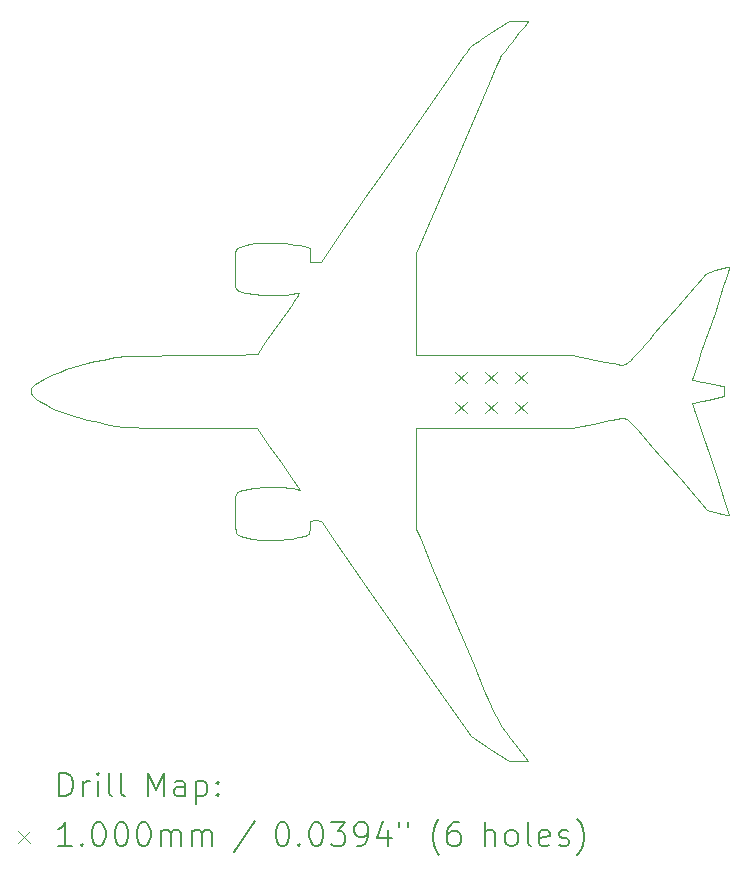
<source format=gbr>
%TF.GenerationSoftware,KiCad,Pcbnew,(6.99.0-2452-gdb4f2d9dd8)*%
%TF.CreationDate,2022-07-19T11:44:18+04:00*%
%TF.ProjectId,787,3738372e-6b69-4636-9164-5f7063625858,rev?*%
%TF.SameCoordinates,Original*%
%TF.FileFunction,Drillmap*%
%TF.FilePolarity,Positive*%
%FSLAX45Y45*%
G04 Gerber Fmt 4.5, Leading zero omitted, Abs format (unit mm)*
G04 Created by KiCad (PCBNEW (6.99.0-2452-gdb4f2d9dd8)) date 2022-07-19 11:44:18*
%MOMM*%
%LPD*%
G01*
G04 APERTURE LIST*
%ADD10C,0.050000*%
%ADD11C,0.200000*%
%ADD12C,0.100000*%
G04 APERTURE END LIST*
D10*
X14550646Y-6469163D02*
X14567075Y-6469576D01*
X14580745Y-6470279D01*
X14591659Y-6471272D01*
X14596084Y-6471878D01*
X14599823Y-6472557D01*
X14602874Y-6473308D01*
X14605240Y-6474133D01*
X14606920Y-6475031D01*
X14607915Y-6476002D01*
X14608157Y-6476516D01*
X14608227Y-6477047D01*
X14607854Y-6478166D01*
X14604456Y-6482743D01*
X14596930Y-6492283D01*
X14571398Y-6523907D01*
X14535067Y-6568352D01*
X14491748Y-6620935D01*
X14469321Y-6648313D01*
X14447920Y-6674921D01*
X14428046Y-6700098D01*
X14410204Y-6723188D01*
X14394895Y-6743530D01*
X14382622Y-6760467D01*
X14373888Y-6773340D01*
X14371005Y-6778047D01*
X14369196Y-6781491D01*
X14337522Y-6854968D01*
X14278423Y-6993705D01*
X13929902Y-7808211D01*
X13660000Y-8437521D01*
X13660000Y-9300000D01*
X14983086Y-9300000D01*
X15179234Y-9340152D01*
X15257316Y-9355812D01*
X15324915Y-9368769D01*
X15374796Y-9377675D01*
X15390832Y-9380188D01*
X15399725Y-9381184D01*
X15404104Y-9381296D01*
X15408344Y-9381252D01*
X15412525Y-9380968D01*
X15416731Y-9380360D01*
X15421041Y-9379343D01*
X15425537Y-9377834D01*
X15430301Y-9375748D01*
X15435413Y-9373000D01*
X15440956Y-9369507D01*
X15447009Y-9365184D01*
X15453656Y-9359948D01*
X15460976Y-9353713D01*
X15469052Y-9346397D01*
X15477964Y-9337913D01*
X15487793Y-9328179D01*
X15498622Y-9317110D01*
X15510532Y-9304622D01*
X15523603Y-9290630D01*
X15537917Y-9275051D01*
X15553555Y-9257800D01*
X15570599Y-9238792D01*
X15589130Y-9217945D01*
X15630977Y-9170391D01*
X15679748Y-9114466D01*
X15736092Y-9049495D01*
X15874102Y-8889720D01*
X16021094Y-8719060D01*
X16096435Y-8630999D01*
X16100288Y-8626530D01*
X16104170Y-8622403D01*
X16106151Y-8620454D01*
X16108174Y-8618573D01*
X16110252Y-8616756D01*
X16112395Y-8614996D01*
X16114617Y-8613289D01*
X16116928Y-8611628D01*
X16119341Y-8610009D01*
X16121867Y-8608425D01*
X16124518Y-8606871D01*
X16127306Y-8605341D01*
X16130243Y-8603831D01*
X16133341Y-8602333D01*
X16140065Y-8599357D01*
X16147574Y-8596368D01*
X16155961Y-8593321D01*
X16165321Y-8590173D01*
X16175750Y-8586879D01*
X16187340Y-8583394D01*
X16200188Y-8579675D01*
X16214386Y-8575677D01*
X16233284Y-8570527D01*
X16251087Y-8565894D01*
X16267391Y-8561867D01*
X16281796Y-8558536D01*
X16293898Y-8555990D01*
X16303298Y-8554318D01*
X16309591Y-8553608D01*
X16311448Y-8553642D01*
X16312377Y-8553951D01*
X16312344Y-8557008D01*
X16310641Y-8564738D01*
X16301976Y-8594966D01*
X16285892Y-8646123D01*
X16261898Y-8719699D01*
X16188216Y-8940066D01*
X16077001Y-9267984D01*
X16045890Y-9360211D01*
X16020817Y-9436141D01*
X16004341Y-9487911D01*
X16000127Y-9502278D01*
X15999021Y-9507656D01*
X16010851Y-9510812D01*
X16040576Y-9517595D01*
X16130270Y-9537048D01*
X16221217Y-9556036D01*
X16252508Y-9562239D01*
X16266530Y-9564583D01*
X16266736Y-9564639D01*
X16266940Y-9564805D01*
X16267141Y-9565078D01*
X16267338Y-9565456D01*
X16267723Y-9566514D01*
X16268092Y-9567957D01*
X16268444Y-9569763D01*
X16268776Y-9571911D01*
X16269086Y-9574378D01*
X16269372Y-9577143D01*
X16269633Y-9580183D01*
X16269865Y-9583476D01*
X16270067Y-9587002D01*
X16270237Y-9590737D01*
X16270373Y-9594661D01*
X16270473Y-9598750D01*
X16270534Y-9602983D01*
X16270555Y-9607338D01*
X16270555Y-9650093D01*
X16136530Y-9678157D01*
X16084267Y-9689278D01*
X16041042Y-9698811D01*
X16011345Y-9705742D01*
X16002974Y-9707915D01*
X15999669Y-9709057D01*
X15999565Y-9709322D01*
X15999546Y-9709821D01*
X15999752Y-9711498D01*
X16000272Y-9714039D01*
X16001092Y-9717394D01*
X16003569Y-9726357D01*
X16007063Y-9737999D01*
X16011455Y-9751932D01*
X16016626Y-9767769D01*
X16022455Y-9785122D01*
X16028823Y-9803602D01*
X16200973Y-10309777D01*
X16280911Y-10549475D01*
X16314604Y-10654706D01*
X16314500Y-10655233D01*
X16314184Y-10655685D01*
X16313658Y-10656064D01*
X16312926Y-10656369D01*
X16311990Y-10656602D01*
X16310853Y-10656762D01*
X16309516Y-10656850D01*
X16307983Y-10656867D01*
X16304339Y-10656688D01*
X16299939Y-10656229D01*
X16294806Y-10655494D01*
X16288959Y-10654486D01*
X16282419Y-10653210D01*
X16275206Y-10651668D01*
X16267342Y-10649865D01*
X16258845Y-10647805D01*
X16249738Y-10645492D01*
X16240041Y-10642928D01*
X16229774Y-10640119D01*
X16218957Y-10637067D01*
X16218957Y-10637068D01*
X16123261Y-10609688D01*
X15895497Y-10345105D01*
X15662427Y-10075103D01*
X15586115Y-9987802D01*
X15530850Y-9925972D01*
X15492305Y-9884865D01*
X15466154Y-9859733D01*
X15448070Y-9845831D01*
X15433727Y-9838409D01*
X15431824Y-9837690D01*
X15429775Y-9837057D01*
X15427559Y-9836512D01*
X15425155Y-9836060D01*
X15422544Y-9835702D01*
X15419703Y-9835442D01*
X15413253Y-9835228D01*
X15405639Y-9835442D01*
X15396695Y-9836108D01*
X15386256Y-9837250D01*
X15374157Y-9838893D01*
X15360231Y-9841061D01*
X15344313Y-9843779D01*
X15326237Y-9847070D01*
X15305839Y-9850958D01*
X15257410Y-9860625D01*
X15197700Y-9872974D01*
X14985387Y-9917362D01*
X13660000Y-9917362D01*
X13660000Y-10769420D01*
X13690344Y-10843894D01*
X13808628Y-11122192D01*
X14050402Y-11686708D01*
X14077876Y-11746299D01*
X14103792Y-11805853D01*
X14152329Y-11924566D01*
X14245848Y-12158360D01*
X14270492Y-12215627D01*
X14296331Y-12272277D01*
X14323707Y-12328235D01*
X14352965Y-12383429D01*
X14384448Y-12437787D01*
X14418501Y-12491235D01*
X14455467Y-12543701D01*
X14495690Y-12595111D01*
X14611263Y-12735174D01*
X14445957Y-12740210D01*
X14284295Y-12634461D01*
X14122633Y-12528711D01*
X13839860Y-12120415D01*
X13215046Y-11218230D01*
X12970083Y-10865535D01*
X12861441Y-10711112D01*
X12860647Y-10710250D01*
X12859805Y-10709426D01*
X12858912Y-10708639D01*
X12857968Y-10707888D01*
X12856970Y-10707175D01*
X12855919Y-10706499D01*
X12854812Y-10705858D01*
X12853648Y-10705254D01*
X12852426Y-10704685D01*
X12851144Y-10704152D01*
X12849801Y-10703655D01*
X12848396Y-10703192D01*
X12846928Y-10702765D01*
X12845394Y-10702372D01*
X12842127Y-10701688D01*
X12838583Y-10701141D01*
X12834753Y-10700727D01*
X12830625Y-10700444D01*
X12826189Y-10700292D01*
X12821434Y-10700267D01*
X12816349Y-10700367D01*
X12810924Y-10700592D01*
X12805147Y-10700939D01*
X12760417Y-10703995D01*
X12760292Y-10753855D01*
X12760132Y-10764072D01*
X12759728Y-10773991D01*
X12759106Y-10783369D01*
X12758293Y-10791959D01*
X12757316Y-10799517D01*
X12756204Y-10805799D01*
X12755605Y-10808384D01*
X12754982Y-10810559D01*
X12754338Y-10812292D01*
X12753677Y-10813553D01*
X12751359Y-10816174D01*
X12747880Y-10818818D01*
X12737667Y-10824139D01*
X12723501Y-10829449D01*
X12705843Y-10834680D01*
X12685157Y-10839765D01*
X12661904Y-10844635D01*
X12636548Y-10849224D01*
X12609549Y-10853463D01*
X12581372Y-10857286D01*
X12552477Y-10860624D01*
X12523328Y-10863411D01*
X12494386Y-10865578D01*
X12466114Y-10867057D01*
X12438975Y-10867783D01*
X12413431Y-10867686D01*
X12389944Y-10866700D01*
X12335086Y-10862418D01*
X12286867Y-10857155D01*
X12265244Y-10854154D01*
X12245276Y-10850908D01*
X12226963Y-10847415D01*
X12210302Y-10843675D01*
X12195293Y-10839687D01*
X12181934Y-10835452D01*
X12170224Y-10830969D01*
X12160161Y-10826238D01*
X12151744Y-10821258D01*
X12144972Y-10816030D01*
X12139843Y-10810551D01*
X12136356Y-10804824D01*
X12135396Y-10801983D01*
X12134453Y-10797756D01*
X12133531Y-10792225D01*
X12132636Y-10785472D01*
X12130947Y-10768633D01*
X12129427Y-10747896D01*
X12128119Y-10723921D01*
X12127063Y-10697366D01*
X12126303Y-10668891D01*
X12125878Y-10639155D01*
X12125627Y-10578432D01*
X12125972Y-10553766D01*
X12126848Y-10532500D01*
X12128417Y-10514340D01*
X12130841Y-10498988D01*
X12132424Y-10492273D01*
X12134281Y-10486149D01*
X12136434Y-10480579D01*
X12138901Y-10475527D01*
X12141704Y-10470954D01*
X12144862Y-10466824D01*
X12148397Y-10463100D01*
X12152328Y-10459745D01*
X12156675Y-10456722D01*
X12161459Y-10453993D01*
X12166699Y-10451523D01*
X12172418Y-10449273D01*
X12185367Y-10445288D01*
X12200469Y-10441741D01*
X12237780Y-10434779D01*
X12292906Y-10426116D01*
X12319759Y-10422709D01*
X12346192Y-10419919D01*
X12372246Y-10417746D01*
X12397960Y-10416189D01*
X12423376Y-10415249D01*
X12448532Y-10414925D01*
X12473470Y-10415217D01*
X12498230Y-10416127D01*
X12522851Y-10417652D01*
X12547374Y-10419794D01*
X12571839Y-10422552D01*
X12596286Y-10425927D01*
X12620756Y-10429918D01*
X12645289Y-10434525D01*
X12674360Y-10440340D01*
X12598585Y-10330986D01*
X12514553Y-10209106D01*
X12418927Y-10069634D01*
X12315045Y-9917636D01*
X11802247Y-9917498D01*
X11472852Y-9916161D01*
X11356397Y-9914082D01*
X11263618Y-9910630D01*
X11188151Y-9905479D01*
X11123634Y-9898303D01*
X11063701Y-9888778D01*
X11001989Y-9876577D01*
X10939512Y-9862685D01*
X10878977Y-9847811D01*
X10820672Y-9832083D01*
X10764887Y-9815628D01*
X10711908Y-9798575D01*
X10662025Y-9781052D01*
X10615525Y-9763185D01*
X10572697Y-9745104D01*
X10533828Y-9726935D01*
X10499206Y-9708808D01*
X10469121Y-9690848D01*
X10443859Y-9673186D01*
X10423710Y-9655947D01*
X10408961Y-9639261D01*
X10399900Y-9623255D01*
X10397593Y-9615547D01*
X10396816Y-9608057D01*
X10397714Y-9599864D01*
X10400381Y-9591443D01*
X10404770Y-9582815D01*
X10410837Y-9573996D01*
X10418538Y-9565006D01*
X10427827Y-9555863D01*
X10438660Y-9546585D01*
X10450993Y-9537191D01*
X10464779Y-9527701D01*
X10479975Y-9518131D01*
X10514417Y-9498829D01*
X10553960Y-9479434D01*
X10598247Y-9460094D01*
X10646918Y-9440957D01*
X10699616Y-9422172D01*
X10755984Y-9403887D01*
X10815662Y-9386249D01*
X10878293Y-9369408D01*
X10943519Y-9353511D01*
X11010981Y-9338707D01*
X11080323Y-9325143D01*
X11116004Y-9318990D01*
X11133590Y-9316451D01*
X11152122Y-9314233D01*
X11172437Y-9312307D01*
X11195371Y-9310645D01*
X11221760Y-9309218D01*
X11252442Y-9307998D01*
X11288253Y-9306957D01*
X11330029Y-9306065D01*
X11434823Y-9304617D01*
X11573518Y-9303426D01*
X11752805Y-9302267D01*
X11973103Y-9300332D01*
X12153248Y-9297598D01*
X12274835Y-9294426D01*
X12307916Y-9292788D01*
X12319454Y-9291176D01*
X12320865Y-9287827D01*
X12325011Y-9280651D01*
X12341006Y-9255562D01*
X12366421Y-9217394D01*
X12400243Y-9167631D01*
X12489042Y-9039255D01*
X12599278Y-8882305D01*
X12627693Y-8841394D01*
X12639905Y-8823284D01*
X12650401Y-8807330D01*
X12658895Y-8793976D01*
X12665098Y-8783667D01*
X12668722Y-8776848D01*
X12669478Y-8774885D01*
X12669480Y-8773961D01*
X12669238Y-8773781D01*
X12668899Y-8773627D01*
X12668465Y-8773498D01*
X12667940Y-8773394D01*
X12666626Y-8773259D01*
X12664978Y-8773221D01*
X12663019Y-8773275D01*
X12660769Y-8773420D01*
X12658251Y-8773652D01*
X12655486Y-8773970D01*
X12652497Y-8774370D01*
X12649304Y-8774849D01*
X12645929Y-8775405D01*
X12642395Y-8776035D01*
X12638722Y-8776737D01*
X12634934Y-8777507D01*
X12631050Y-8778343D01*
X12627094Y-8779243D01*
X12597712Y-8785006D01*
X12565289Y-8789420D01*
X12530443Y-8792536D01*
X12493793Y-8794405D01*
X12455956Y-8795079D01*
X12417551Y-8794609D01*
X12379195Y-8793048D01*
X12341506Y-8790447D01*
X12305102Y-8786858D01*
X12270601Y-8782331D01*
X12238621Y-8776920D01*
X12209781Y-8770675D01*
X12184697Y-8763648D01*
X12163987Y-8755890D01*
X12148271Y-8747454D01*
X12142478Y-8742998D01*
X12138165Y-8738391D01*
X12137318Y-8737165D01*
X12136506Y-8735765D01*
X12135730Y-8734183D01*
X12134988Y-8732409D01*
X12133606Y-8728255D01*
X12132354Y-8723238D01*
X12131228Y-8717288D01*
X12130223Y-8710340D01*
X12129333Y-8702326D01*
X12128554Y-8693179D01*
X12127881Y-8682832D01*
X12127308Y-8671219D01*
X12126831Y-8658270D01*
X12126445Y-8643921D01*
X12125925Y-8610750D01*
X12125707Y-8571168D01*
X12125736Y-8526703D01*
X12126083Y-8491312D01*
X12126860Y-8463767D01*
X12128176Y-8442838D01*
X12129071Y-8434471D01*
X12130143Y-8427298D01*
X12131404Y-8421165D01*
X12132869Y-8415918D01*
X12134552Y-8411403D01*
X12136466Y-8407468D01*
X12138626Y-8403959D01*
X12141045Y-8400722D01*
X12146286Y-8395427D01*
X12153166Y-8390402D01*
X12161600Y-8385649D01*
X12171506Y-8381172D01*
X12195401Y-8373055D01*
X12224186Y-8366075D01*
X12257197Y-8360258D01*
X12293771Y-8355627D01*
X12333243Y-8352207D01*
X12374949Y-8350022D01*
X12418225Y-8349096D01*
X12462407Y-8349453D01*
X12506831Y-8351119D01*
X12550833Y-8354116D01*
X12593749Y-8358471D01*
X12634914Y-8364206D01*
X12673664Y-8371346D01*
X12709336Y-8379916D01*
X12759669Y-8393709D01*
X12762253Y-8452184D01*
X12764836Y-8510659D01*
X12808933Y-8513189D01*
X12853031Y-8515718D01*
X13029419Y-8259114D01*
X13161973Y-8067028D01*
X13232972Y-7965543D01*
X13339826Y-7812490D01*
X13558587Y-7496423D01*
X13937850Y-6949617D01*
X14010253Y-6846289D01*
X14070847Y-6758865D01*
X14088317Y-6733693D01*
X14096068Y-6723049D01*
X14103573Y-6713353D01*
X14111139Y-6704343D01*
X14119073Y-6695758D01*
X14127682Y-6687339D01*
X14137273Y-6678824D01*
X14148153Y-6669951D01*
X14160628Y-6660462D01*
X14175007Y-6650094D01*
X14191595Y-6638587D01*
X14210701Y-6625680D01*
X14232631Y-6611112D01*
X14286191Y-6575951D01*
X14449350Y-6469137D01*
X14531451Y-6469038D01*
X14550646Y-6469163D01*
D11*
D12*
X13992000Y-9440000D02*
X14092000Y-9540000D01*
X14092000Y-9440000D02*
X13992000Y-9540000D01*
X13992000Y-9694000D02*
X14092000Y-9794000D01*
X14092000Y-9694000D02*
X13992000Y-9794000D01*
X14246000Y-9440000D02*
X14346000Y-9540000D01*
X14346000Y-9440000D02*
X14246000Y-9540000D01*
X14246000Y-9694000D02*
X14346000Y-9794000D01*
X14346000Y-9694000D02*
X14246000Y-9794000D01*
X14500000Y-9440000D02*
X14600000Y-9540000D01*
X14600000Y-9440000D02*
X14500000Y-9540000D01*
X14500000Y-9694000D02*
X14600000Y-9794000D01*
X14600000Y-9694000D02*
X14500000Y-9794000D01*
D11*
X10641935Y-13036186D02*
X10641935Y-12836186D01*
X10641935Y-12836186D02*
X10689554Y-12836186D01*
X10689554Y-12836186D02*
X10718125Y-12845710D01*
X10718125Y-12845710D02*
X10737173Y-12864758D01*
X10737173Y-12864758D02*
X10746697Y-12883805D01*
X10746697Y-12883805D02*
X10756220Y-12921901D01*
X10756220Y-12921901D02*
X10756220Y-12950472D01*
X10756220Y-12950472D02*
X10746697Y-12988567D01*
X10746697Y-12988567D02*
X10737173Y-13007615D01*
X10737173Y-13007615D02*
X10718125Y-13026663D01*
X10718125Y-13026663D02*
X10689554Y-13036186D01*
X10689554Y-13036186D02*
X10641935Y-13036186D01*
X10841935Y-13036186D02*
X10841935Y-12902853D01*
X10841935Y-12940948D02*
X10851458Y-12921901D01*
X10851458Y-12921901D02*
X10860982Y-12912377D01*
X10860982Y-12912377D02*
X10880030Y-12902853D01*
X10880030Y-12902853D02*
X10899078Y-12902853D01*
X10965744Y-13036186D02*
X10965744Y-12902853D01*
X10965744Y-12836186D02*
X10956220Y-12845710D01*
X10956220Y-12845710D02*
X10965744Y-12855234D01*
X10965744Y-12855234D02*
X10975268Y-12845710D01*
X10975268Y-12845710D02*
X10965744Y-12836186D01*
X10965744Y-12836186D02*
X10965744Y-12855234D01*
X11089554Y-13036186D02*
X11070506Y-13026663D01*
X11070506Y-13026663D02*
X11060982Y-13007615D01*
X11060982Y-13007615D02*
X11060982Y-12836186D01*
X11194315Y-13036186D02*
X11175268Y-13026663D01*
X11175268Y-13026663D02*
X11165744Y-13007615D01*
X11165744Y-13007615D02*
X11165744Y-12836186D01*
X11390506Y-13036186D02*
X11390506Y-12836186D01*
X11390506Y-12836186D02*
X11457173Y-12979044D01*
X11457173Y-12979044D02*
X11523839Y-12836186D01*
X11523839Y-12836186D02*
X11523839Y-13036186D01*
X11704792Y-13036186D02*
X11704792Y-12931424D01*
X11704792Y-12931424D02*
X11695268Y-12912377D01*
X11695268Y-12912377D02*
X11676220Y-12902853D01*
X11676220Y-12902853D02*
X11638125Y-12902853D01*
X11638125Y-12902853D02*
X11619077Y-12912377D01*
X11704792Y-13026663D02*
X11685744Y-13036186D01*
X11685744Y-13036186D02*
X11638125Y-13036186D01*
X11638125Y-13036186D02*
X11619077Y-13026663D01*
X11619077Y-13026663D02*
X11609554Y-13007615D01*
X11609554Y-13007615D02*
X11609554Y-12988567D01*
X11609554Y-12988567D02*
X11619077Y-12969520D01*
X11619077Y-12969520D02*
X11638125Y-12959996D01*
X11638125Y-12959996D02*
X11685744Y-12959996D01*
X11685744Y-12959996D02*
X11704792Y-12950472D01*
X11800030Y-12902853D02*
X11800030Y-13102853D01*
X11800030Y-12912377D02*
X11819077Y-12902853D01*
X11819077Y-12902853D02*
X11857173Y-12902853D01*
X11857173Y-12902853D02*
X11876220Y-12912377D01*
X11876220Y-12912377D02*
X11885744Y-12921901D01*
X11885744Y-12921901D02*
X11895268Y-12940948D01*
X11895268Y-12940948D02*
X11895268Y-12998091D01*
X11895268Y-12998091D02*
X11885744Y-13017139D01*
X11885744Y-13017139D02*
X11876220Y-13026663D01*
X11876220Y-13026663D02*
X11857173Y-13036186D01*
X11857173Y-13036186D02*
X11819077Y-13036186D01*
X11819077Y-13036186D02*
X11800030Y-13026663D01*
X11980982Y-13017139D02*
X11990506Y-13026663D01*
X11990506Y-13026663D02*
X11980982Y-13036186D01*
X11980982Y-13036186D02*
X11971458Y-13026663D01*
X11971458Y-13026663D02*
X11980982Y-13017139D01*
X11980982Y-13017139D02*
X11980982Y-13036186D01*
X11980982Y-12912377D02*
X11990506Y-12921901D01*
X11990506Y-12921901D02*
X11980982Y-12931424D01*
X11980982Y-12931424D02*
X11971458Y-12921901D01*
X11971458Y-12921901D02*
X11980982Y-12912377D01*
X11980982Y-12912377D02*
X11980982Y-12931424D01*
D12*
X10294316Y-13332710D02*
X10394316Y-13432710D01*
X10394316Y-13332710D02*
X10294316Y-13432710D01*
D11*
X10746697Y-13456186D02*
X10632411Y-13456186D01*
X10689554Y-13456186D02*
X10689554Y-13256186D01*
X10689554Y-13256186D02*
X10670506Y-13284758D01*
X10670506Y-13284758D02*
X10651458Y-13303805D01*
X10651458Y-13303805D02*
X10632411Y-13313329D01*
X10832411Y-13437139D02*
X10841935Y-13446663D01*
X10841935Y-13446663D02*
X10832411Y-13456186D01*
X10832411Y-13456186D02*
X10822887Y-13446663D01*
X10822887Y-13446663D02*
X10832411Y-13437139D01*
X10832411Y-13437139D02*
X10832411Y-13456186D01*
X10965744Y-13256186D02*
X10984792Y-13256186D01*
X10984792Y-13256186D02*
X11003839Y-13265710D01*
X11003839Y-13265710D02*
X11013363Y-13275234D01*
X11013363Y-13275234D02*
X11022887Y-13294282D01*
X11022887Y-13294282D02*
X11032411Y-13332377D01*
X11032411Y-13332377D02*
X11032411Y-13379996D01*
X11032411Y-13379996D02*
X11022887Y-13418091D01*
X11022887Y-13418091D02*
X11013363Y-13437139D01*
X11013363Y-13437139D02*
X11003839Y-13446663D01*
X11003839Y-13446663D02*
X10984792Y-13456186D01*
X10984792Y-13456186D02*
X10965744Y-13456186D01*
X10965744Y-13456186D02*
X10946697Y-13446663D01*
X10946697Y-13446663D02*
X10937173Y-13437139D01*
X10937173Y-13437139D02*
X10927649Y-13418091D01*
X10927649Y-13418091D02*
X10918125Y-13379996D01*
X10918125Y-13379996D02*
X10918125Y-13332377D01*
X10918125Y-13332377D02*
X10927649Y-13294282D01*
X10927649Y-13294282D02*
X10937173Y-13275234D01*
X10937173Y-13275234D02*
X10946697Y-13265710D01*
X10946697Y-13265710D02*
X10965744Y-13256186D01*
X11156220Y-13256186D02*
X11175268Y-13256186D01*
X11175268Y-13256186D02*
X11194316Y-13265710D01*
X11194316Y-13265710D02*
X11203839Y-13275234D01*
X11203839Y-13275234D02*
X11213363Y-13294282D01*
X11213363Y-13294282D02*
X11222887Y-13332377D01*
X11222887Y-13332377D02*
X11222887Y-13379996D01*
X11222887Y-13379996D02*
X11213363Y-13418091D01*
X11213363Y-13418091D02*
X11203839Y-13437139D01*
X11203839Y-13437139D02*
X11194316Y-13446663D01*
X11194316Y-13446663D02*
X11175268Y-13456186D01*
X11175268Y-13456186D02*
X11156220Y-13456186D01*
X11156220Y-13456186D02*
X11137173Y-13446663D01*
X11137173Y-13446663D02*
X11127649Y-13437139D01*
X11127649Y-13437139D02*
X11118125Y-13418091D01*
X11118125Y-13418091D02*
X11108601Y-13379996D01*
X11108601Y-13379996D02*
X11108601Y-13332377D01*
X11108601Y-13332377D02*
X11118125Y-13294282D01*
X11118125Y-13294282D02*
X11127649Y-13275234D01*
X11127649Y-13275234D02*
X11137173Y-13265710D01*
X11137173Y-13265710D02*
X11156220Y-13256186D01*
X11346696Y-13256186D02*
X11365744Y-13256186D01*
X11365744Y-13256186D02*
X11384792Y-13265710D01*
X11384792Y-13265710D02*
X11394316Y-13275234D01*
X11394316Y-13275234D02*
X11403839Y-13294282D01*
X11403839Y-13294282D02*
X11413363Y-13332377D01*
X11413363Y-13332377D02*
X11413363Y-13379996D01*
X11413363Y-13379996D02*
X11403839Y-13418091D01*
X11403839Y-13418091D02*
X11394316Y-13437139D01*
X11394316Y-13437139D02*
X11384792Y-13446663D01*
X11384792Y-13446663D02*
X11365744Y-13456186D01*
X11365744Y-13456186D02*
X11346696Y-13456186D01*
X11346696Y-13456186D02*
X11327649Y-13446663D01*
X11327649Y-13446663D02*
X11318125Y-13437139D01*
X11318125Y-13437139D02*
X11308601Y-13418091D01*
X11308601Y-13418091D02*
X11299077Y-13379996D01*
X11299077Y-13379996D02*
X11299077Y-13332377D01*
X11299077Y-13332377D02*
X11308601Y-13294282D01*
X11308601Y-13294282D02*
X11318125Y-13275234D01*
X11318125Y-13275234D02*
X11327649Y-13265710D01*
X11327649Y-13265710D02*
X11346696Y-13256186D01*
X11499077Y-13456186D02*
X11499077Y-13322853D01*
X11499077Y-13341901D02*
X11508601Y-13332377D01*
X11508601Y-13332377D02*
X11527649Y-13322853D01*
X11527649Y-13322853D02*
X11556220Y-13322853D01*
X11556220Y-13322853D02*
X11575268Y-13332377D01*
X11575268Y-13332377D02*
X11584792Y-13351424D01*
X11584792Y-13351424D02*
X11584792Y-13456186D01*
X11584792Y-13351424D02*
X11594316Y-13332377D01*
X11594316Y-13332377D02*
X11613363Y-13322853D01*
X11613363Y-13322853D02*
X11641935Y-13322853D01*
X11641935Y-13322853D02*
X11660982Y-13332377D01*
X11660982Y-13332377D02*
X11670506Y-13351424D01*
X11670506Y-13351424D02*
X11670506Y-13456186D01*
X11765744Y-13456186D02*
X11765744Y-13322853D01*
X11765744Y-13341901D02*
X11775268Y-13332377D01*
X11775268Y-13332377D02*
X11794316Y-13322853D01*
X11794316Y-13322853D02*
X11822887Y-13322853D01*
X11822887Y-13322853D02*
X11841935Y-13332377D01*
X11841935Y-13332377D02*
X11851458Y-13351424D01*
X11851458Y-13351424D02*
X11851458Y-13456186D01*
X11851458Y-13351424D02*
X11860982Y-13332377D01*
X11860982Y-13332377D02*
X11880030Y-13322853D01*
X11880030Y-13322853D02*
X11908601Y-13322853D01*
X11908601Y-13322853D02*
X11927649Y-13332377D01*
X11927649Y-13332377D02*
X11937173Y-13351424D01*
X11937173Y-13351424D02*
X11937173Y-13456186D01*
X12295268Y-13246663D02*
X12123839Y-13503805D01*
X12520030Y-13256186D02*
X12539078Y-13256186D01*
X12539078Y-13256186D02*
X12558125Y-13265710D01*
X12558125Y-13265710D02*
X12567649Y-13275234D01*
X12567649Y-13275234D02*
X12577173Y-13294282D01*
X12577173Y-13294282D02*
X12586697Y-13332377D01*
X12586697Y-13332377D02*
X12586697Y-13379996D01*
X12586697Y-13379996D02*
X12577173Y-13418091D01*
X12577173Y-13418091D02*
X12567649Y-13437139D01*
X12567649Y-13437139D02*
X12558125Y-13446663D01*
X12558125Y-13446663D02*
X12539078Y-13456186D01*
X12539078Y-13456186D02*
X12520030Y-13456186D01*
X12520030Y-13456186D02*
X12500982Y-13446663D01*
X12500982Y-13446663D02*
X12491458Y-13437139D01*
X12491458Y-13437139D02*
X12481935Y-13418091D01*
X12481935Y-13418091D02*
X12472411Y-13379996D01*
X12472411Y-13379996D02*
X12472411Y-13332377D01*
X12472411Y-13332377D02*
X12481935Y-13294282D01*
X12481935Y-13294282D02*
X12491458Y-13275234D01*
X12491458Y-13275234D02*
X12500982Y-13265710D01*
X12500982Y-13265710D02*
X12520030Y-13256186D01*
X12672411Y-13437139D02*
X12681935Y-13446663D01*
X12681935Y-13446663D02*
X12672411Y-13456186D01*
X12672411Y-13456186D02*
X12662887Y-13446663D01*
X12662887Y-13446663D02*
X12672411Y-13437139D01*
X12672411Y-13437139D02*
X12672411Y-13456186D01*
X12805744Y-13256186D02*
X12824792Y-13256186D01*
X12824792Y-13256186D02*
X12843839Y-13265710D01*
X12843839Y-13265710D02*
X12853363Y-13275234D01*
X12853363Y-13275234D02*
X12862887Y-13294282D01*
X12862887Y-13294282D02*
X12872411Y-13332377D01*
X12872411Y-13332377D02*
X12872411Y-13379996D01*
X12872411Y-13379996D02*
X12862887Y-13418091D01*
X12862887Y-13418091D02*
X12853363Y-13437139D01*
X12853363Y-13437139D02*
X12843839Y-13446663D01*
X12843839Y-13446663D02*
X12824792Y-13456186D01*
X12824792Y-13456186D02*
X12805744Y-13456186D01*
X12805744Y-13456186D02*
X12786697Y-13446663D01*
X12786697Y-13446663D02*
X12777173Y-13437139D01*
X12777173Y-13437139D02*
X12767649Y-13418091D01*
X12767649Y-13418091D02*
X12758125Y-13379996D01*
X12758125Y-13379996D02*
X12758125Y-13332377D01*
X12758125Y-13332377D02*
X12767649Y-13294282D01*
X12767649Y-13294282D02*
X12777173Y-13275234D01*
X12777173Y-13275234D02*
X12786697Y-13265710D01*
X12786697Y-13265710D02*
X12805744Y-13256186D01*
X12939078Y-13256186D02*
X13062887Y-13256186D01*
X13062887Y-13256186D02*
X12996220Y-13332377D01*
X12996220Y-13332377D02*
X13024792Y-13332377D01*
X13024792Y-13332377D02*
X13043839Y-13341901D01*
X13043839Y-13341901D02*
X13053363Y-13351424D01*
X13053363Y-13351424D02*
X13062887Y-13370472D01*
X13062887Y-13370472D02*
X13062887Y-13418091D01*
X13062887Y-13418091D02*
X13053363Y-13437139D01*
X13053363Y-13437139D02*
X13043839Y-13446663D01*
X13043839Y-13446663D02*
X13024792Y-13456186D01*
X13024792Y-13456186D02*
X12967649Y-13456186D01*
X12967649Y-13456186D02*
X12948601Y-13446663D01*
X12948601Y-13446663D02*
X12939078Y-13437139D01*
X13158125Y-13456186D02*
X13196220Y-13456186D01*
X13196220Y-13456186D02*
X13215268Y-13446663D01*
X13215268Y-13446663D02*
X13224792Y-13437139D01*
X13224792Y-13437139D02*
X13243839Y-13408567D01*
X13243839Y-13408567D02*
X13253363Y-13370472D01*
X13253363Y-13370472D02*
X13253363Y-13294282D01*
X13253363Y-13294282D02*
X13243839Y-13275234D01*
X13243839Y-13275234D02*
X13234316Y-13265710D01*
X13234316Y-13265710D02*
X13215268Y-13256186D01*
X13215268Y-13256186D02*
X13177173Y-13256186D01*
X13177173Y-13256186D02*
X13158125Y-13265710D01*
X13158125Y-13265710D02*
X13148601Y-13275234D01*
X13148601Y-13275234D02*
X13139078Y-13294282D01*
X13139078Y-13294282D02*
X13139078Y-13341901D01*
X13139078Y-13341901D02*
X13148601Y-13360948D01*
X13148601Y-13360948D02*
X13158125Y-13370472D01*
X13158125Y-13370472D02*
X13177173Y-13379996D01*
X13177173Y-13379996D02*
X13215268Y-13379996D01*
X13215268Y-13379996D02*
X13234316Y-13370472D01*
X13234316Y-13370472D02*
X13243839Y-13360948D01*
X13243839Y-13360948D02*
X13253363Y-13341901D01*
X13424792Y-13322853D02*
X13424792Y-13456186D01*
X13377173Y-13246663D02*
X13329554Y-13389520D01*
X13329554Y-13389520D02*
X13453363Y-13389520D01*
X13520030Y-13256186D02*
X13520030Y-13294282D01*
X13596220Y-13256186D02*
X13596220Y-13294282D01*
X13859078Y-13532377D02*
X13849554Y-13522853D01*
X13849554Y-13522853D02*
X13830506Y-13494282D01*
X13830506Y-13494282D02*
X13820982Y-13475234D01*
X13820982Y-13475234D02*
X13811459Y-13446663D01*
X13811459Y-13446663D02*
X13801935Y-13399044D01*
X13801935Y-13399044D02*
X13801935Y-13360948D01*
X13801935Y-13360948D02*
X13811459Y-13313329D01*
X13811459Y-13313329D02*
X13820982Y-13284758D01*
X13820982Y-13284758D02*
X13830506Y-13265710D01*
X13830506Y-13265710D02*
X13849554Y-13237139D01*
X13849554Y-13237139D02*
X13859078Y-13227615D01*
X14020982Y-13256186D02*
X13982887Y-13256186D01*
X13982887Y-13256186D02*
X13963839Y-13265710D01*
X13963839Y-13265710D02*
X13954316Y-13275234D01*
X13954316Y-13275234D02*
X13935268Y-13303805D01*
X13935268Y-13303805D02*
X13925744Y-13341901D01*
X13925744Y-13341901D02*
X13925744Y-13418091D01*
X13925744Y-13418091D02*
X13935268Y-13437139D01*
X13935268Y-13437139D02*
X13944792Y-13446663D01*
X13944792Y-13446663D02*
X13963839Y-13456186D01*
X13963839Y-13456186D02*
X14001935Y-13456186D01*
X14001935Y-13456186D02*
X14020982Y-13446663D01*
X14020982Y-13446663D02*
X14030506Y-13437139D01*
X14030506Y-13437139D02*
X14040030Y-13418091D01*
X14040030Y-13418091D02*
X14040030Y-13370472D01*
X14040030Y-13370472D02*
X14030506Y-13351424D01*
X14030506Y-13351424D02*
X14020982Y-13341901D01*
X14020982Y-13341901D02*
X14001935Y-13332377D01*
X14001935Y-13332377D02*
X13963839Y-13332377D01*
X13963839Y-13332377D02*
X13944792Y-13341901D01*
X13944792Y-13341901D02*
X13935268Y-13351424D01*
X13935268Y-13351424D02*
X13925744Y-13370472D01*
X14245744Y-13456186D02*
X14245744Y-13256186D01*
X14331459Y-13456186D02*
X14331459Y-13351424D01*
X14331459Y-13351424D02*
X14321935Y-13332377D01*
X14321935Y-13332377D02*
X14302887Y-13322853D01*
X14302887Y-13322853D02*
X14274316Y-13322853D01*
X14274316Y-13322853D02*
X14255268Y-13332377D01*
X14255268Y-13332377D02*
X14245744Y-13341901D01*
X14455268Y-13456186D02*
X14436220Y-13446663D01*
X14436220Y-13446663D02*
X14426697Y-13437139D01*
X14426697Y-13437139D02*
X14417173Y-13418091D01*
X14417173Y-13418091D02*
X14417173Y-13360948D01*
X14417173Y-13360948D02*
X14426697Y-13341901D01*
X14426697Y-13341901D02*
X14436220Y-13332377D01*
X14436220Y-13332377D02*
X14455268Y-13322853D01*
X14455268Y-13322853D02*
X14483840Y-13322853D01*
X14483840Y-13322853D02*
X14502887Y-13332377D01*
X14502887Y-13332377D02*
X14512411Y-13341901D01*
X14512411Y-13341901D02*
X14521935Y-13360948D01*
X14521935Y-13360948D02*
X14521935Y-13418091D01*
X14521935Y-13418091D02*
X14512411Y-13437139D01*
X14512411Y-13437139D02*
X14502887Y-13446663D01*
X14502887Y-13446663D02*
X14483840Y-13456186D01*
X14483840Y-13456186D02*
X14455268Y-13456186D01*
X14636220Y-13456186D02*
X14617173Y-13446663D01*
X14617173Y-13446663D02*
X14607649Y-13427615D01*
X14607649Y-13427615D02*
X14607649Y-13256186D01*
X14788601Y-13446663D02*
X14769554Y-13456186D01*
X14769554Y-13456186D02*
X14731459Y-13456186D01*
X14731459Y-13456186D02*
X14712411Y-13446663D01*
X14712411Y-13446663D02*
X14702887Y-13427615D01*
X14702887Y-13427615D02*
X14702887Y-13351424D01*
X14702887Y-13351424D02*
X14712411Y-13332377D01*
X14712411Y-13332377D02*
X14731459Y-13322853D01*
X14731459Y-13322853D02*
X14769554Y-13322853D01*
X14769554Y-13322853D02*
X14788601Y-13332377D01*
X14788601Y-13332377D02*
X14798125Y-13351424D01*
X14798125Y-13351424D02*
X14798125Y-13370472D01*
X14798125Y-13370472D02*
X14702887Y-13389520D01*
X14874316Y-13446663D02*
X14893363Y-13456186D01*
X14893363Y-13456186D02*
X14931459Y-13456186D01*
X14931459Y-13456186D02*
X14950506Y-13446663D01*
X14950506Y-13446663D02*
X14960030Y-13427615D01*
X14960030Y-13427615D02*
X14960030Y-13418091D01*
X14960030Y-13418091D02*
X14950506Y-13399044D01*
X14950506Y-13399044D02*
X14931459Y-13389520D01*
X14931459Y-13389520D02*
X14902887Y-13389520D01*
X14902887Y-13389520D02*
X14883840Y-13379996D01*
X14883840Y-13379996D02*
X14874316Y-13360948D01*
X14874316Y-13360948D02*
X14874316Y-13351424D01*
X14874316Y-13351424D02*
X14883840Y-13332377D01*
X14883840Y-13332377D02*
X14902887Y-13322853D01*
X14902887Y-13322853D02*
X14931459Y-13322853D01*
X14931459Y-13322853D02*
X14950506Y-13332377D01*
X15026697Y-13532377D02*
X15036221Y-13522853D01*
X15036221Y-13522853D02*
X15055268Y-13494282D01*
X15055268Y-13494282D02*
X15064792Y-13475234D01*
X15064792Y-13475234D02*
X15074316Y-13446663D01*
X15074316Y-13446663D02*
X15083840Y-13399044D01*
X15083840Y-13399044D02*
X15083840Y-13360948D01*
X15083840Y-13360948D02*
X15074316Y-13313329D01*
X15074316Y-13313329D02*
X15064792Y-13284758D01*
X15064792Y-13284758D02*
X15055268Y-13265710D01*
X15055268Y-13265710D02*
X15036221Y-13237139D01*
X15036221Y-13237139D02*
X15026697Y-13227615D01*
M02*

</source>
